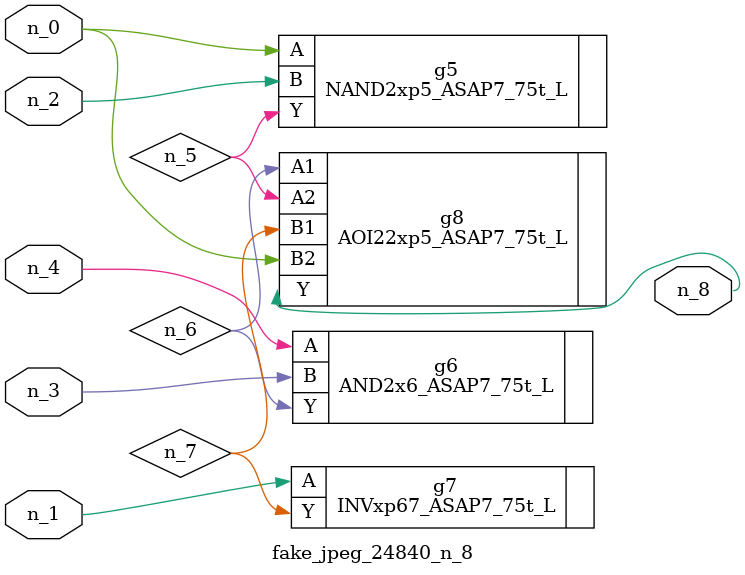
<source format=v>
module fake_jpeg_24840_n_8 (n_3, n_2, n_1, n_0, n_4, n_8);

input n_3;
input n_2;
input n_1;
input n_0;
input n_4;

output n_8;

wire n_6;
wire n_5;
wire n_7;

NAND2xp5_ASAP7_75t_L g5 ( 
.A(n_0),
.B(n_2),
.Y(n_5)
);

AND2x6_ASAP7_75t_L g6 ( 
.A(n_4),
.B(n_3),
.Y(n_6)
);

INVxp67_ASAP7_75t_L g7 ( 
.A(n_1),
.Y(n_7)
);

AOI22xp5_ASAP7_75t_L g8 ( 
.A1(n_6),
.A2(n_5),
.B1(n_7),
.B2(n_0),
.Y(n_8)
);


endmodule
</source>
